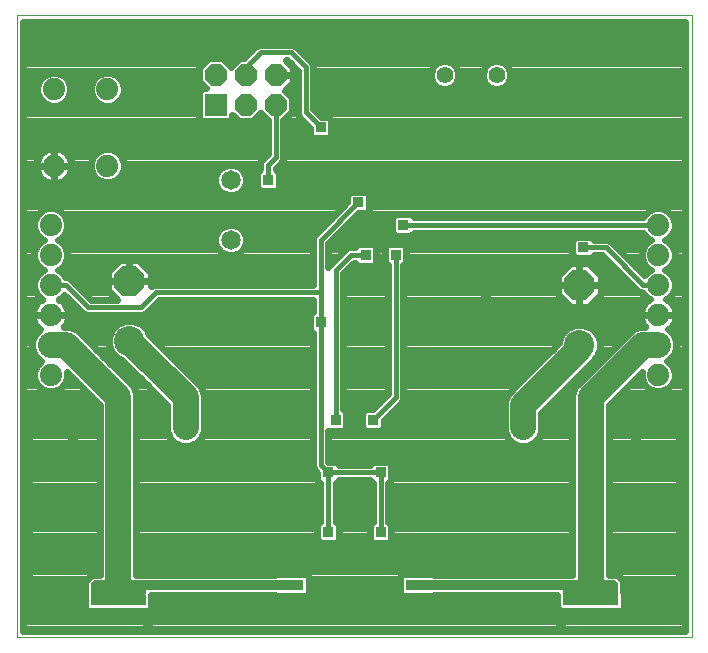
<source format=gbl>
G75*
%MOIN*%
%OFA0B0*%
%FSLAX24Y24*%
%IPPOS*%
%LPD*%
%AMOC8*
5,1,8,0,0,1.08239X$1,22.5*
%
%ADD10C,0.0000*%
%ADD11C,0.1000*%
%ADD12OC8,0.1000*%
%ADD13C,0.0740*%
%ADD14C,0.0650*%
%ADD15R,0.0740X0.0740*%
%ADD16OC8,0.0740*%
%ADD17C,0.0554*%
%ADD18R,0.0356X0.0356*%
%ADD19C,0.0160*%
%ADD20C,0.0240*%
%ADD21C,0.0860*%
%ADD22C,0.0320*%
D10*
X000142Y000220D02*
X000142Y020966D01*
X022637Y020966D01*
X022637Y000220D01*
X000142Y000220D01*
D11*
X003892Y010095D03*
X018892Y009970D03*
D12*
X018892Y011970D03*
X003892Y012095D03*
D13*
X001267Y011970D03*
X001267Y010970D03*
X001267Y009970D03*
X001267Y008970D03*
X001267Y012970D03*
X001267Y013970D03*
X001377Y015940D03*
X003157Y015940D03*
X003157Y018500D03*
X001377Y018500D03*
X021517Y013970D03*
X021517Y012970D03*
X021517Y011970D03*
X021517Y010970D03*
X021517Y009970D03*
X021517Y008970D03*
D14*
X007267Y013470D03*
X007267Y015470D03*
D15*
X006767Y017970D03*
D16*
X007767Y017970D03*
X008767Y017970D03*
X008767Y018970D03*
X007767Y018970D03*
X006767Y018970D03*
D17*
X014401Y018970D03*
X016133Y018970D03*
D18*
X012767Y014970D03*
X013017Y013970D03*
X012767Y012970D03*
X011767Y012970D03*
X011517Y014720D03*
X010267Y017220D03*
X008517Y015470D03*
X010267Y010720D03*
X010767Y007470D03*
X012017Y007470D03*
X012267Y005720D03*
X010517Y005720D03*
X010517Y003720D03*
X012267Y003720D03*
X013267Y001970D03*
X013767Y001970D03*
X009517Y001970D03*
X009017Y001970D03*
X004517Y000720D03*
X004267Y001470D03*
X003767Y001470D03*
X003267Y001470D03*
X002767Y001470D03*
X002017Y002470D03*
X002017Y002970D03*
X002017Y003470D03*
X000517Y003220D03*
X000517Y003720D03*
X000517Y004220D03*
X000517Y004720D03*
X000517Y005220D03*
X000517Y005720D03*
X000517Y006220D03*
X000517Y006720D03*
X000517Y007220D03*
X002017Y006970D03*
X002017Y006470D03*
X002017Y005970D03*
X000517Y002720D03*
X000517Y002220D03*
X005767Y007220D03*
X005767Y007720D03*
X015767Y011720D03*
X019017Y013220D03*
X017017Y007720D03*
X017017Y007220D03*
X020767Y006970D03*
X020767Y006470D03*
X020767Y005970D03*
X022267Y005720D03*
X022267Y005220D03*
X022267Y004720D03*
X022267Y004220D03*
X022267Y003720D03*
X022267Y003220D03*
X022267Y002720D03*
X022267Y002220D03*
X020767Y002470D03*
X020767Y002970D03*
X020767Y003470D03*
X020017Y001470D03*
X019517Y001470D03*
X019017Y001470D03*
X018517Y001470D03*
X018267Y000720D03*
X022267Y006220D03*
X022267Y006720D03*
X022267Y007220D03*
D19*
X021517Y011970D02*
X021017Y011970D01*
X019767Y013220D01*
X019017Y013220D01*
X021517Y013970D02*
X013017Y013970D01*
X012767Y012970D02*
X012767Y008220D01*
X012017Y007470D01*
X010767Y007470D02*
X010767Y012470D01*
X011267Y012970D01*
X011767Y012970D01*
X010267Y013470D02*
X010267Y011720D01*
X004767Y011720D01*
X004267Y011220D01*
X002517Y011220D01*
X001767Y011970D01*
X001267Y011970D01*
X008517Y015470D02*
X008517Y015970D01*
X008767Y016220D01*
X008767Y017970D01*
X009767Y017720D02*
X009767Y019220D01*
X009267Y019720D01*
X008267Y019720D01*
X007767Y019220D01*
X007767Y018970D01*
X009767Y017720D02*
X010267Y017220D01*
X011517Y014720D02*
X010267Y013470D01*
X010267Y011720D02*
X010267Y010720D01*
X010267Y005970D01*
X010517Y005720D01*
X012267Y005720D01*
X012267Y003720D01*
X010517Y003720D02*
X010517Y005720D01*
D20*
X010849Y005999D02*
X011934Y005999D01*
X011916Y005980D02*
X010867Y005980D01*
X010769Y006078D01*
X010527Y006078D01*
X010527Y007112D01*
X011019Y007112D01*
X011125Y007217D01*
X011125Y007723D01*
X011027Y007821D01*
X011027Y012362D01*
X011374Y012710D01*
X011416Y012710D01*
X011514Y012612D01*
X012019Y012612D01*
X012125Y012717D01*
X012125Y013223D01*
X012019Y013328D01*
X011514Y013328D01*
X011416Y013230D01*
X011215Y013230D01*
X011119Y013190D01*
X011046Y013117D01*
X010546Y012617D01*
X010527Y012570D01*
X010527Y013362D01*
X011526Y014362D01*
X011769Y014362D01*
X011875Y014467D01*
X011875Y014973D01*
X011769Y015078D01*
X011264Y015078D01*
X011159Y014973D01*
X011159Y014730D01*
X010046Y013617D01*
X010007Y013522D01*
X010007Y011980D01*
X004715Y011980D01*
X004619Y011940D01*
X004612Y011933D01*
X004612Y012095D01*
X003892Y012095D01*
X004612Y012095D01*
X004612Y012393D01*
X004190Y012815D01*
X003892Y012815D01*
X003892Y012095D01*
X003892Y012095D01*
X003892Y012095D01*
X003892Y012815D01*
X003593Y012815D01*
X003172Y012393D01*
X003172Y012095D01*
X003172Y011797D01*
X003488Y011480D01*
X002624Y011480D01*
X001987Y012117D01*
X001987Y012117D01*
X001914Y012190D01*
X001818Y012230D01*
X001754Y012230D01*
X001733Y012282D01*
X001578Y012436D01*
X001497Y012470D01*
X001578Y012504D01*
X001733Y012658D01*
X001817Y012861D01*
X001817Y013079D01*
X001733Y013282D01*
X001578Y013436D01*
X001497Y013470D01*
X001578Y013504D01*
X001733Y013658D01*
X001817Y013861D01*
X001817Y014079D01*
X001733Y014282D01*
X001578Y014436D01*
X001376Y014520D01*
X001157Y014520D01*
X000955Y014436D01*
X000800Y014282D01*
X000717Y014079D01*
X000717Y013861D01*
X000800Y013658D01*
X000955Y013504D01*
X001037Y013470D01*
X000955Y013436D01*
X000800Y013282D01*
X000717Y013079D01*
X000717Y012861D01*
X000800Y012658D01*
X000955Y012504D01*
X001037Y012470D01*
X000955Y012436D01*
X000800Y012282D01*
X000717Y012079D01*
X000717Y011861D01*
X000800Y011658D01*
X000955Y011504D01*
X000988Y011490D01*
X000957Y011475D01*
X000882Y011420D01*
X000817Y011354D01*
X000762Y011279D01*
X000720Y011196D01*
X000691Y011108D01*
X000677Y011016D01*
X000677Y010970D01*
X001267Y010970D01*
X001857Y010970D01*
X001857Y011016D01*
X001842Y011108D01*
X001813Y011196D01*
X001771Y011279D01*
X001717Y011354D01*
X001651Y011420D01*
X001576Y011475D01*
X001545Y011490D01*
X001578Y011504D01*
X001722Y011647D01*
X002369Y011000D01*
X002465Y010960D01*
X004318Y010960D01*
X004414Y011000D01*
X004487Y011073D01*
X004874Y011460D01*
X010007Y011460D01*
X010007Y011071D01*
X009909Y010973D01*
X009909Y010467D01*
X010007Y010369D01*
X010007Y005918D01*
X010046Y005823D01*
X010159Y005710D01*
X010159Y005467D01*
X010257Y005369D01*
X010257Y004071D01*
X010159Y003973D01*
X010159Y003467D01*
X010264Y003362D01*
X010769Y003362D01*
X010875Y003467D01*
X010875Y003973D01*
X010777Y004071D01*
X010777Y005369D01*
X010867Y005460D01*
X011916Y005460D01*
X012007Y005369D01*
X012007Y004071D01*
X011909Y003973D01*
X011909Y003467D01*
X012014Y003362D01*
X012519Y003362D01*
X012625Y003467D01*
X012625Y003973D01*
X012527Y004071D01*
X012527Y005369D01*
X012625Y005467D01*
X012625Y005973D01*
X012519Y006078D01*
X012014Y006078D01*
X011916Y005980D01*
X012599Y005999D02*
X018657Y005999D01*
X018657Y005760D02*
X012625Y005760D01*
X012625Y005522D02*
X018657Y005522D01*
X018657Y005283D02*
X012527Y005283D01*
X012527Y005045D02*
X018657Y005045D01*
X018657Y004806D02*
X012527Y004806D01*
X012527Y004568D02*
X018657Y004568D01*
X018657Y004329D02*
X012527Y004329D01*
X012527Y004091D02*
X018657Y004091D01*
X018657Y003852D02*
X012625Y003852D01*
X012625Y003614D02*
X018657Y003614D01*
X018657Y003375D02*
X012532Y003375D01*
X012001Y003375D02*
X010782Y003375D01*
X010875Y003614D02*
X011909Y003614D01*
X011909Y003852D02*
X010875Y003852D01*
X010777Y004091D02*
X012007Y004091D01*
X012007Y004329D02*
X010777Y004329D01*
X010777Y004568D02*
X012007Y004568D01*
X012007Y004806D02*
X010777Y004806D01*
X010777Y005045D02*
X012007Y005045D01*
X012007Y005283D02*
X010777Y005283D01*
X010257Y005283D02*
X004127Y005283D01*
X004127Y005045D02*
X010257Y005045D01*
X010257Y004806D02*
X004127Y004806D01*
X004127Y004568D02*
X010257Y004568D01*
X010257Y004329D02*
X004127Y004329D01*
X004127Y004091D02*
X010257Y004091D01*
X010159Y003852D02*
X004127Y003852D01*
X004127Y003614D02*
X010159Y003614D01*
X010251Y003375D02*
X004127Y003375D01*
X004127Y003137D02*
X018657Y003137D01*
X018657Y002898D02*
X004127Y002898D01*
X004127Y002660D02*
X018657Y002660D01*
X018657Y002421D02*
X004127Y002421D01*
X004127Y002310D02*
X004127Y008341D01*
X004034Y008566D01*
X002112Y010487D01*
X001888Y010580D01*
X001711Y010580D01*
X001717Y010586D01*
X001771Y010661D01*
X001813Y010744D01*
X001842Y010832D01*
X001857Y010924D01*
X001857Y010970D01*
X001267Y010970D01*
X001267Y010970D01*
X000677Y010970D01*
X000677Y010924D01*
X000691Y010832D01*
X000720Y010744D01*
X000762Y010661D01*
X000817Y010586D01*
X000882Y010520D01*
X000925Y010489D01*
X000921Y010487D01*
X000750Y010316D01*
X000657Y010091D01*
X000657Y009849D01*
X000750Y009624D01*
X000921Y009453D01*
X000958Y009438D01*
X000955Y009436D01*
X000800Y009282D01*
X000717Y009079D01*
X000717Y008861D01*
X000800Y008658D01*
X000955Y008504D01*
X001157Y008420D01*
X001376Y008420D01*
X001578Y008504D01*
X001733Y008658D01*
X001817Y008861D01*
X001817Y009057D01*
X002907Y007967D01*
X002907Y002310D01*
X002699Y002310D01*
X002574Y002258D01*
X002478Y002163D01*
X002427Y002038D01*
X002427Y001741D01*
X002409Y001723D01*
X002409Y001217D01*
X002514Y001112D01*
X004519Y001112D01*
X004625Y001217D01*
X004625Y001630D01*
X008746Y001630D01*
X008764Y001612D01*
X009769Y001612D01*
X009875Y001717D01*
X009875Y002223D01*
X009769Y002328D01*
X008764Y002328D01*
X008746Y002310D01*
X004127Y002310D01*
X004625Y001467D02*
X018159Y001467D01*
X018159Y001630D02*
X018159Y001217D01*
X018264Y001112D01*
X020269Y001112D01*
X020375Y001217D01*
X020375Y001723D01*
X020357Y001741D01*
X020357Y002038D01*
X020305Y002163D01*
X020209Y002258D01*
X020084Y002310D01*
X019877Y002310D01*
X019877Y007967D01*
X020967Y009057D01*
X020967Y008861D01*
X021050Y008658D01*
X021205Y008504D01*
X021407Y008420D01*
X021626Y008420D01*
X021828Y008504D01*
X021983Y008658D01*
X022067Y008861D01*
X022067Y009079D01*
X021983Y009282D01*
X021828Y009436D01*
X021825Y009438D01*
X021862Y009453D01*
X022034Y009624D01*
X022127Y009849D01*
X022127Y010091D01*
X022034Y010316D01*
X021862Y010487D01*
X021858Y010489D01*
X021901Y010520D01*
X021967Y010586D01*
X022021Y010661D01*
X022063Y010744D01*
X022092Y010832D01*
X022107Y010924D01*
X022107Y010970D01*
X022107Y011016D01*
X022092Y011108D01*
X022063Y011196D01*
X022021Y011279D01*
X021967Y011354D01*
X021901Y011420D01*
X021826Y011475D01*
X021795Y011490D01*
X021828Y011504D01*
X021983Y011658D01*
X022067Y011861D01*
X022067Y012079D01*
X021983Y012282D01*
X021828Y012436D01*
X021747Y012470D01*
X021828Y012504D01*
X021983Y012658D01*
X022067Y012861D01*
X022067Y013079D01*
X021983Y013282D01*
X021828Y013436D01*
X021747Y013470D01*
X021828Y013504D01*
X021983Y013658D01*
X022067Y013861D01*
X022067Y014079D01*
X021983Y014282D01*
X021828Y014436D01*
X021626Y014520D01*
X021407Y014520D01*
X021205Y014436D01*
X021050Y014282D01*
X021029Y014230D01*
X013367Y014230D01*
X013269Y014328D01*
X012764Y014328D01*
X012659Y014223D01*
X012659Y013717D01*
X012764Y013612D01*
X013269Y013612D01*
X013367Y013710D01*
X021029Y013710D01*
X021050Y013658D01*
X021205Y013504D01*
X021287Y013470D01*
X021205Y013436D01*
X021050Y013282D01*
X020967Y013079D01*
X020967Y012861D01*
X021050Y012658D01*
X021205Y012504D01*
X021287Y012470D01*
X021205Y012436D01*
X021062Y012293D01*
X019914Y013440D01*
X019818Y013480D01*
X019367Y013480D01*
X019269Y013578D01*
X018764Y013578D01*
X018659Y013473D01*
X018659Y012967D01*
X018764Y012862D01*
X019269Y012862D01*
X019367Y012960D01*
X019659Y012960D01*
X020796Y011823D01*
X020869Y011750D01*
X020965Y011710D01*
X021029Y011710D01*
X021050Y011658D01*
X021205Y011504D01*
X021238Y011490D01*
X021207Y011475D01*
X021132Y011420D01*
X021067Y011354D01*
X021012Y011279D01*
X020970Y011196D01*
X020941Y011108D01*
X020927Y011016D01*
X020927Y010970D01*
X020927Y010924D01*
X020941Y010832D01*
X020970Y010744D01*
X021012Y010661D01*
X021067Y010586D01*
X021072Y010580D01*
X020895Y010580D01*
X020671Y010487D01*
X020500Y010316D01*
X018750Y008566D01*
X018657Y008341D01*
X018657Y002310D01*
X014037Y002310D01*
X014019Y002328D01*
X013014Y002328D01*
X012909Y002223D01*
X012909Y001717D01*
X013014Y001612D01*
X014019Y001612D01*
X014037Y001630D01*
X018159Y001630D01*
X018159Y001229D02*
X004625Y001229D01*
X002907Y002421D02*
X000362Y002421D01*
X000362Y002183D02*
X002498Y002183D01*
X002427Y001944D02*
X000362Y001944D01*
X000362Y001706D02*
X002409Y001706D01*
X002409Y001467D02*
X000362Y001467D01*
X000362Y001229D02*
X002409Y001229D01*
X002907Y002660D02*
X000362Y002660D01*
X000362Y002898D02*
X002907Y002898D01*
X002907Y003137D02*
X000362Y003137D01*
X000362Y003375D02*
X002907Y003375D01*
X002907Y003614D02*
X000362Y003614D01*
X000362Y003852D02*
X002907Y003852D01*
X002907Y004091D02*
X000362Y004091D01*
X000362Y004329D02*
X002907Y004329D01*
X002907Y004568D02*
X000362Y004568D01*
X000362Y004806D02*
X002907Y004806D01*
X002907Y005045D02*
X000362Y005045D01*
X000362Y005283D02*
X002907Y005283D01*
X002907Y005522D02*
X000362Y005522D01*
X000362Y005760D02*
X002907Y005760D01*
X002907Y005999D02*
X000362Y005999D01*
X000362Y006237D02*
X002907Y006237D01*
X002907Y006476D02*
X000362Y006476D01*
X000362Y006714D02*
X002907Y006714D01*
X002907Y006953D02*
X000362Y006953D01*
X000362Y007191D02*
X002907Y007191D01*
X002907Y007430D02*
X000362Y007430D01*
X000362Y007668D02*
X002907Y007668D01*
X002907Y007907D02*
X000362Y007907D01*
X000362Y008145D02*
X002729Y008145D01*
X002490Y008384D02*
X000362Y008384D01*
X000362Y008622D02*
X000837Y008622D01*
X000717Y008861D02*
X000362Y008861D01*
X000362Y009099D02*
X000725Y009099D01*
X000856Y009338D02*
X000362Y009338D01*
X000362Y009576D02*
X000798Y009576D01*
X000671Y009815D02*
X000362Y009815D01*
X000362Y010053D02*
X000657Y010053D01*
X000740Y010292D02*
X000362Y010292D01*
X000362Y010530D02*
X000872Y010530D01*
X000712Y010769D02*
X000362Y010769D01*
X000362Y011007D02*
X000677Y011007D01*
X000745Y011246D02*
X000362Y011246D01*
X000362Y011484D02*
X000976Y011484D01*
X000774Y011723D02*
X000362Y011723D01*
X000362Y011961D02*
X000717Y011961D01*
X000766Y012200D02*
X000362Y012200D01*
X000362Y012438D02*
X000959Y012438D01*
X000793Y012677D02*
X000362Y012677D01*
X000362Y012915D02*
X000717Y012915D01*
X000747Y013154D02*
X000362Y013154D01*
X000362Y013392D02*
X000911Y013392D01*
X000828Y013631D02*
X000362Y013631D01*
X000362Y013869D02*
X000717Y013869D01*
X000728Y014108D02*
X000362Y014108D01*
X000362Y014346D02*
X000865Y014346D01*
X000362Y014585D02*
X011013Y014585D01*
X011159Y014823D02*
X000362Y014823D01*
X000362Y015062D02*
X006961Y015062D01*
X006981Y015042D02*
X007166Y014965D01*
X007367Y014965D01*
X007553Y015042D01*
X007695Y015184D01*
X007772Y015370D01*
X007772Y015570D01*
X007695Y015756D01*
X007553Y015898D01*
X007367Y015975D01*
X007166Y015975D01*
X006981Y015898D01*
X006839Y015756D01*
X006762Y015570D01*
X006762Y015370D01*
X006839Y015184D01*
X006981Y015042D01*
X006790Y015300D02*
X000362Y015300D01*
X000362Y015539D02*
X000944Y015539D01*
X000927Y015556D02*
X000992Y015490D01*
X001067Y015435D01*
X001150Y015393D01*
X001239Y015365D01*
X001330Y015350D01*
X001377Y015350D01*
X001423Y015350D01*
X001515Y015365D01*
X001603Y015393D01*
X001686Y015435D01*
X001761Y015490D01*
X001827Y015556D01*
X001881Y015631D01*
X001923Y015714D01*
X001952Y015802D01*
X001967Y015894D01*
X001967Y015940D01*
X001377Y015940D01*
X001967Y015940D01*
X001967Y015986D01*
X001952Y016078D01*
X001923Y016166D01*
X001881Y016249D01*
X001827Y016324D01*
X001761Y016390D01*
X001686Y016445D01*
X001603Y016487D01*
X001515Y016515D01*
X001423Y016530D01*
X001377Y016530D01*
X001377Y015940D01*
X001377Y015940D01*
X001377Y015940D01*
X001377Y015350D01*
X001377Y015940D01*
X001377Y015940D01*
X001377Y016530D01*
X001330Y016530D01*
X001239Y016515D01*
X001150Y016487D01*
X001067Y016445D01*
X000992Y016390D01*
X000927Y016324D01*
X000872Y016249D01*
X000830Y016166D01*
X000801Y016078D01*
X000787Y015986D01*
X000787Y015940D01*
X000787Y015894D01*
X000801Y015802D01*
X000830Y015714D01*
X000872Y015631D01*
X000927Y015556D01*
X000809Y015777D02*
X000362Y015777D01*
X000362Y016016D02*
X000791Y016016D01*
X000787Y015940D02*
X001377Y015940D01*
X000787Y015940D01*
X000876Y016254D02*
X000362Y016254D01*
X000362Y016493D02*
X001168Y016493D01*
X001377Y016493D02*
X001377Y016493D01*
X001585Y016493D02*
X008507Y016493D01*
X008507Y016328D02*
X008369Y016190D01*
X008296Y016117D01*
X008257Y016022D01*
X008257Y015821D01*
X008159Y015723D01*
X008159Y015217D01*
X008264Y015112D01*
X008769Y015112D01*
X008875Y015217D01*
X008875Y015723D01*
X008777Y015821D01*
X008777Y015862D01*
X008987Y016073D01*
X009027Y016168D01*
X009027Y017452D01*
X009317Y017742D01*
X009317Y018198D01*
X009073Y018442D01*
X009357Y018726D01*
X009357Y018970D01*
X009357Y019214D01*
X009111Y019460D01*
X009159Y019460D01*
X009507Y019112D01*
X009507Y017668D01*
X009546Y017573D01*
X009619Y017500D01*
X009909Y017210D01*
X009909Y016967D01*
X010014Y016862D01*
X010519Y016862D01*
X010625Y016967D01*
X010625Y017473D01*
X010519Y017578D01*
X010276Y017578D01*
X010027Y017828D01*
X010027Y019272D01*
X009987Y019367D01*
X009914Y019440D01*
X009414Y019940D01*
X009318Y019980D01*
X008215Y019980D01*
X008119Y019940D01*
X008046Y019867D01*
X007699Y019520D01*
X007539Y019520D01*
X007267Y019248D01*
X006994Y019520D01*
X006539Y019520D01*
X006217Y019198D01*
X006217Y018742D01*
X006439Y018520D01*
X006322Y018520D01*
X006217Y018415D01*
X006217Y017525D01*
X006322Y017420D01*
X007211Y017420D01*
X007317Y017525D01*
X007317Y017642D01*
X007539Y017420D01*
X007994Y017420D01*
X008267Y017692D01*
X008507Y017452D01*
X008507Y016328D01*
X008433Y016254D02*
X003620Y016254D01*
X003623Y016252D02*
X003468Y016406D01*
X003266Y016490D01*
X003047Y016490D01*
X002845Y016406D01*
X002690Y016252D01*
X002607Y016049D01*
X002607Y015831D01*
X002690Y015628D01*
X002845Y015474D01*
X003047Y015390D01*
X003266Y015390D01*
X003468Y015474D01*
X003623Y015628D01*
X003707Y015831D01*
X003707Y016049D01*
X003623Y016252D01*
X003707Y016016D02*
X008257Y016016D01*
X008213Y015777D02*
X007674Y015777D01*
X007772Y015539D02*
X008159Y015539D01*
X008159Y015300D02*
X007743Y015300D01*
X007572Y015062D02*
X011247Y015062D01*
X011786Y015062D02*
X022417Y015062D01*
X022417Y015300D02*
X008875Y015300D01*
X008875Y015539D02*
X022417Y015539D01*
X022417Y015777D02*
X008820Y015777D01*
X008930Y016016D02*
X022417Y016016D01*
X022417Y016254D02*
X009027Y016254D01*
X009027Y016493D02*
X022417Y016493D01*
X022417Y016731D02*
X009027Y016731D01*
X009027Y016970D02*
X009909Y016970D01*
X009909Y017208D02*
X009027Y017208D01*
X009027Y017447D02*
X009672Y017447D01*
X009507Y017685D02*
X009260Y017685D01*
X009317Y017924D02*
X009507Y017924D01*
X009507Y018162D02*
X009317Y018162D01*
X009507Y018401D02*
X009114Y018401D01*
X009270Y018639D02*
X009507Y018639D01*
X009507Y018878D02*
X009357Y018878D01*
X009357Y018970D02*
X008767Y018970D01*
X009357Y018970D01*
X009357Y019116D02*
X009503Y019116D01*
X009264Y019355D02*
X009217Y019355D01*
X009523Y019832D02*
X022417Y019832D01*
X022417Y020070D02*
X000362Y020070D01*
X000362Y019832D02*
X008010Y019832D01*
X007772Y019593D02*
X000362Y019593D01*
X000362Y019355D02*
X006373Y019355D01*
X006217Y019116D02*
X000362Y019116D01*
X000362Y018878D02*
X000976Y018878D01*
X000910Y018812D02*
X001065Y018966D01*
X001267Y019050D01*
X001486Y019050D01*
X001688Y018966D01*
X001843Y018812D01*
X001927Y018609D01*
X001927Y018391D01*
X001843Y018188D01*
X001688Y018034D01*
X001486Y017950D01*
X001267Y017950D01*
X001065Y018034D01*
X000910Y018188D01*
X000827Y018391D01*
X000827Y018609D01*
X000910Y018812D01*
X000839Y018639D02*
X000362Y018639D01*
X000362Y018401D02*
X000827Y018401D01*
X000937Y018162D02*
X000362Y018162D01*
X000362Y017924D02*
X006217Y017924D01*
X006217Y018162D02*
X003597Y018162D01*
X003623Y018188D02*
X003707Y018391D01*
X003707Y018609D01*
X003623Y018812D01*
X003468Y018966D01*
X003266Y019050D01*
X003047Y019050D01*
X002845Y018966D01*
X002690Y018812D01*
X002607Y018609D01*
X002607Y018391D01*
X002690Y018188D01*
X002845Y018034D01*
X003047Y017950D01*
X003266Y017950D01*
X003468Y018034D01*
X003623Y018188D01*
X003707Y018401D02*
X006217Y018401D01*
X006320Y018639D02*
X003694Y018639D01*
X003557Y018878D02*
X006217Y018878D01*
X007160Y019355D02*
X007373Y019355D01*
X008767Y018970D02*
X008767Y018970D01*
X009761Y019593D02*
X022417Y019593D01*
X022417Y019355D02*
X016395Y019355D01*
X016392Y019358D02*
X016224Y019427D01*
X016042Y019427D01*
X015874Y019358D01*
X015745Y019229D01*
X015676Y019061D01*
X015676Y018879D01*
X015745Y018711D01*
X015874Y018582D01*
X016042Y018513D01*
X016224Y018513D01*
X016392Y018582D01*
X016520Y018711D01*
X016590Y018879D01*
X016590Y019061D01*
X016520Y019229D01*
X016392Y019358D01*
X016567Y019116D02*
X022417Y019116D01*
X022417Y018878D02*
X016589Y018878D01*
X016448Y018639D02*
X022417Y018639D01*
X022417Y018401D02*
X010027Y018401D01*
X010027Y018639D02*
X014085Y018639D01*
X014142Y018582D02*
X014013Y018711D01*
X013943Y018879D01*
X013943Y019061D01*
X014013Y019229D01*
X014142Y019358D01*
X014310Y019427D01*
X014491Y019427D01*
X014659Y019358D01*
X014788Y019229D01*
X014858Y019061D01*
X014858Y018879D01*
X014788Y018711D01*
X014659Y018582D01*
X014491Y018513D01*
X014310Y018513D01*
X014142Y018582D01*
X013944Y018878D02*
X010027Y018878D01*
X010027Y019116D02*
X013966Y019116D01*
X014139Y019355D02*
X009992Y019355D01*
X010027Y018162D02*
X022417Y018162D01*
X022417Y017924D02*
X010027Y017924D01*
X010169Y017685D02*
X022417Y017685D01*
X022417Y017447D02*
X010625Y017447D01*
X010625Y017208D02*
X022417Y017208D01*
X022417Y016970D02*
X010625Y016970D01*
X008507Y016970D02*
X000362Y016970D01*
X000362Y017208D02*
X008507Y017208D01*
X008507Y017447D02*
X008021Y017447D01*
X008260Y017685D02*
X008274Y017685D01*
X007512Y017447D02*
X007238Y017447D01*
X006296Y017447D02*
X000362Y017447D01*
X000362Y017685D02*
X006217Y017685D01*
X006860Y015777D02*
X003684Y015777D01*
X003533Y015539D02*
X006762Y015539D01*
X007166Y013975D02*
X006981Y013898D01*
X006839Y013756D01*
X006762Y013570D01*
X006762Y013370D01*
X006839Y013184D01*
X006981Y013042D01*
X007166Y012965D01*
X007367Y012965D01*
X007553Y013042D01*
X007695Y013184D01*
X007772Y013370D01*
X007772Y013570D01*
X007695Y013756D01*
X007553Y013898D01*
X007367Y013975D01*
X007166Y013975D01*
X006952Y013869D02*
X001817Y013869D01*
X001805Y014108D02*
X010536Y014108D01*
X010298Y013869D02*
X007582Y013869D01*
X007747Y013631D02*
X010059Y013631D01*
X010007Y013392D02*
X007772Y013392D01*
X007664Y013154D02*
X010007Y013154D01*
X010007Y012915D02*
X001817Y012915D01*
X001786Y013154D02*
X006869Y013154D01*
X006762Y013392D02*
X001622Y013392D01*
X001705Y013631D02*
X006787Y013631D01*
X004567Y012438D02*
X010007Y012438D01*
X010007Y012677D02*
X004328Y012677D01*
X003892Y012677D02*
X003892Y012677D01*
X003892Y012438D02*
X003892Y012438D01*
X003892Y012200D02*
X003892Y012200D01*
X003892Y012095D02*
X003892Y012095D01*
X003172Y012095D01*
X003892Y012095D01*
X004612Y012200D02*
X010007Y012200D01*
X010527Y012677D02*
X010605Y012677D01*
X010527Y012915D02*
X010844Y012915D01*
X011082Y013154D02*
X010527Y013154D01*
X010556Y013392D02*
X018659Y013392D01*
X018659Y013154D02*
X013125Y013154D01*
X013125Y013223D02*
X013019Y013328D01*
X012514Y013328D01*
X012409Y013223D01*
X012409Y012717D01*
X012507Y012619D01*
X012507Y008328D01*
X012007Y007828D01*
X011764Y007828D01*
X011659Y007723D01*
X011659Y007217D01*
X011764Y007112D01*
X012269Y007112D01*
X012375Y007217D01*
X012375Y007460D01*
X012987Y008073D01*
X013027Y008168D01*
X013027Y012619D01*
X013125Y012717D01*
X013125Y013223D01*
X013125Y012915D02*
X018711Y012915D01*
X018593Y012690D02*
X018172Y012268D01*
X018172Y011970D01*
X018172Y011672D01*
X018593Y011250D01*
X018892Y011250D01*
X019190Y011250D01*
X019612Y011672D01*
X019612Y011970D01*
X019612Y012268D01*
X019190Y012690D01*
X018892Y012690D01*
X018892Y011970D01*
X019612Y011970D01*
X018892Y011970D01*
X018892Y011970D01*
X018892Y011970D01*
X018892Y011250D01*
X018892Y011970D01*
X018892Y011970D01*
X018892Y012690D01*
X018593Y012690D01*
X018580Y012677D02*
X013084Y012677D01*
X013027Y012438D02*
X018341Y012438D01*
X018172Y012200D02*
X013027Y012200D01*
X013027Y011961D02*
X018172Y011961D01*
X018172Y011970D02*
X018892Y011970D01*
X018892Y011970D01*
X018172Y011970D01*
X018172Y011723D02*
X013027Y011723D01*
X013027Y011484D02*
X018359Y011484D01*
X018892Y011484D02*
X018892Y011484D01*
X018892Y011723D02*
X018892Y011723D01*
X018892Y011961D02*
X018892Y011961D01*
X018892Y012200D02*
X018892Y012200D01*
X018892Y012438D02*
X018892Y012438D01*
X018892Y012677D02*
X018892Y012677D01*
X019203Y012677D02*
X019942Y012677D01*
X019704Y012915D02*
X019322Y012915D01*
X019442Y012438D02*
X020181Y012438D01*
X020419Y012200D02*
X019612Y012200D01*
X019612Y011961D02*
X020658Y011961D01*
X020935Y011723D02*
X019612Y011723D01*
X019424Y011484D02*
X021226Y011484D01*
X020995Y011246D02*
X013027Y011246D01*
X013027Y011007D02*
X020927Y011007D01*
X020927Y010970D02*
X021517Y010970D01*
X022107Y010970D01*
X021517Y010970D01*
X021517Y010970D01*
X020927Y010970D01*
X020962Y010769D02*
X013027Y010769D01*
X013027Y010530D02*
X018490Y010530D01*
X018506Y010546D02*
X018315Y010355D01*
X018212Y010105D01*
X018212Y010028D01*
X016671Y008487D01*
X016500Y008316D01*
X016407Y008091D01*
X016407Y007099D01*
X016500Y006874D01*
X016671Y006703D01*
X016895Y006610D01*
X017138Y006610D01*
X017362Y006703D01*
X017534Y006874D01*
X017627Y007099D01*
X017627Y007717D01*
X019409Y009499D01*
X019427Y009544D01*
X019468Y009585D01*
X019572Y009835D01*
X019572Y010105D01*
X019468Y010355D01*
X019277Y010546D01*
X019027Y010650D01*
X018756Y010650D01*
X018506Y010546D01*
X018289Y010292D02*
X013027Y010292D01*
X013027Y010053D02*
X018212Y010053D01*
X017999Y009815D02*
X013027Y009815D01*
X013027Y009576D02*
X017760Y009576D01*
X017522Y009338D02*
X013027Y009338D01*
X013027Y009099D02*
X017283Y009099D01*
X017045Y008861D02*
X013027Y008861D01*
X013027Y008622D02*
X016806Y008622D01*
X016568Y008384D02*
X013027Y008384D01*
X013017Y008145D02*
X016429Y008145D01*
X016407Y007907D02*
X012821Y007907D01*
X012582Y007668D02*
X016407Y007668D01*
X016407Y007430D02*
X012375Y007430D01*
X012348Y007191D02*
X016407Y007191D01*
X016467Y006953D02*
X010527Y006953D01*
X010527Y006714D02*
X016660Y006714D01*
X017373Y006714D02*
X018657Y006714D01*
X018657Y006476D02*
X010527Y006476D01*
X010527Y006237D02*
X018657Y006237D01*
X018657Y006953D02*
X017566Y006953D01*
X017627Y007191D02*
X018657Y007191D01*
X018657Y007430D02*
X017627Y007430D01*
X017627Y007668D02*
X018657Y007668D01*
X018657Y007907D02*
X017816Y007907D01*
X018054Y008145D02*
X018657Y008145D01*
X018674Y008384D02*
X018293Y008384D01*
X018531Y008622D02*
X018806Y008622D01*
X018770Y008861D02*
X019045Y008861D01*
X019008Y009099D02*
X019283Y009099D01*
X019247Y009338D02*
X019522Y009338D01*
X019459Y009576D02*
X019760Y009576D01*
X019563Y009815D02*
X019999Y009815D01*
X020237Y010053D02*
X019572Y010053D01*
X019495Y010292D02*
X020476Y010292D01*
X020775Y010530D02*
X019293Y010530D01*
X020770Y008861D02*
X020967Y008861D01*
X021087Y008622D02*
X020531Y008622D01*
X020293Y008384D02*
X022417Y008384D01*
X022417Y008622D02*
X021946Y008622D01*
X022067Y008861D02*
X022417Y008861D01*
X022417Y009099D02*
X022059Y009099D01*
X021927Y009338D02*
X022417Y009338D01*
X022417Y009576D02*
X021985Y009576D01*
X022113Y009815D02*
X022417Y009815D01*
X022417Y010053D02*
X022127Y010053D01*
X022044Y010292D02*
X022417Y010292D01*
X022417Y010530D02*
X021911Y010530D01*
X022072Y010769D02*
X022417Y010769D01*
X022417Y011007D02*
X022107Y011007D01*
X022038Y011246D02*
X022417Y011246D01*
X022417Y011484D02*
X021807Y011484D01*
X022009Y011723D02*
X022417Y011723D01*
X022417Y011961D02*
X022067Y011961D01*
X022017Y012200D02*
X022417Y012200D01*
X022417Y012438D02*
X021824Y012438D01*
X021990Y012677D02*
X022417Y012677D01*
X022417Y012915D02*
X022067Y012915D01*
X022036Y013154D02*
X022417Y013154D01*
X022417Y013392D02*
X021872Y013392D01*
X021955Y013631D02*
X022417Y013631D01*
X022417Y013869D02*
X022067Y013869D01*
X022055Y014108D02*
X022417Y014108D01*
X022417Y014346D02*
X021918Y014346D01*
X022417Y014585D02*
X011875Y014585D01*
X011875Y014823D02*
X022417Y014823D01*
X021115Y014346D02*
X011510Y014346D01*
X011272Y014108D02*
X012659Y014108D01*
X012659Y013869D02*
X011033Y013869D01*
X010795Y013631D02*
X012745Y013631D01*
X012409Y013154D02*
X012125Y013154D01*
X012125Y012915D02*
X012409Y012915D01*
X012449Y012677D02*
X012084Y012677D01*
X012507Y012438D02*
X011102Y012438D01*
X011341Y012677D02*
X011449Y012677D01*
X011027Y012200D02*
X012507Y012200D01*
X012507Y011961D02*
X011027Y011961D01*
X011027Y011723D02*
X012507Y011723D01*
X012507Y011484D02*
X011027Y011484D01*
X011027Y011246D02*
X012507Y011246D01*
X012507Y011007D02*
X011027Y011007D01*
X011027Y010769D02*
X012507Y010769D01*
X012507Y010530D02*
X011027Y010530D01*
X011027Y010292D02*
X012507Y010292D01*
X012507Y010053D02*
X011027Y010053D01*
X011027Y009815D02*
X012507Y009815D01*
X012507Y009576D02*
X011027Y009576D01*
X011027Y009338D02*
X012507Y009338D01*
X012507Y009099D02*
X011027Y009099D01*
X011027Y008861D02*
X012507Y008861D01*
X012507Y008622D02*
X011027Y008622D01*
X011027Y008384D02*
X012507Y008384D01*
X012324Y008145D02*
X011027Y008145D01*
X011027Y007907D02*
X012085Y007907D01*
X011659Y007668D02*
X011125Y007668D01*
X011125Y007430D02*
X011659Y007430D01*
X011685Y007191D02*
X011098Y007191D01*
X010007Y007191D02*
X006377Y007191D01*
X006377Y007099D02*
X006377Y008341D01*
X006284Y008566D01*
X006112Y008737D01*
X004538Y010311D01*
X004468Y010480D01*
X004277Y010671D01*
X004027Y010775D01*
X003756Y010775D01*
X003506Y010671D01*
X003315Y010480D01*
X003212Y010230D01*
X003212Y009960D01*
X003315Y009710D01*
X003506Y009519D01*
X003675Y009449D01*
X005157Y007967D01*
X005157Y007099D01*
X005250Y006874D01*
X005421Y006703D01*
X005645Y006610D01*
X005888Y006610D01*
X006112Y006703D01*
X006284Y006874D01*
X006377Y007099D01*
X006316Y006953D02*
X010007Y006953D01*
X010007Y006714D02*
X006123Y006714D01*
X005410Y006714D02*
X004127Y006714D01*
X004127Y006476D02*
X010007Y006476D01*
X010007Y006237D02*
X004127Y006237D01*
X004127Y005999D02*
X010007Y005999D01*
X010109Y005760D02*
X004127Y005760D01*
X004127Y005522D02*
X010159Y005522D01*
X010007Y007430D02*
X006377Y007430D01*
X006377Y007668D02*
X010007Y007668D01*
X010007Y007907D02*
X006377Y007907D01*
X006377Y008145D02*
X010007Y008145D01*
X010007Y008384D02*
X006359Y008384D01*
X006227Y008622D02*
X010007Y008622D01*
X010007Y008861D02*
X005989Y008861D01*
X005750Y009099D02*
X010007Y009099D01*
X010007Y009338D02*
X005512Y009338D01*
X005273Y009576D02*
X010007Y009576D01*
X010007Y009815D02*
X005035Y009815D01*
X004796Y010053D02*
X010007Y010053D01*
X010007Y010292D02*
X004558Y010292D01*
X004418Y010530D02*
X009909Y010530D01*
X009909Y010769D02*
X004043Y010769D01*
X003741Y010769D02*
X001822Y010769D01*
X001857Y011007D02*
X002362Y011007D01*
X002123Y011246D02*
X001788Y011246D01*
X001885Y011484D02*
X001557Y011484D01*
X001267Y010970D02*
X001267Y010970D01*
X002009Y010530D02*
X003365Y010530D01*
X003237Y010292D02*
X002308Y010292D01*
X002546Y010053D02*
X003212Y010053D01*
X003272Y009815D02*
X002785Y009815D01*
X003023Y009576D02*
X003449Y009576D01*
X003262Y009338D02*
X003786Y009338D01*
X004025Y009099D02*
X003500Y009099D01*
X003739Y008861D02*
X004263Y008861D01*
X004502Y008622D02*
X003977Y008622D01*
X004109Y008384D02*
X004740Y008384D01*
X004979Y008145D02*
X004127Y008145D01*
X004127Y007907D02*
X005157Y007907D01*
X005157Y007668D02*
X004127Y007668D01*
X004127Y007430D02*
X005157Y007430D01*
X005157Y007191D02*
X004127Y007191D01*
X004127Y006953D02*
X005217Y006953D01*
X002252Y008622D02*
X001696Y008622D01*
X001817Y008861D02*
X002013Y008861D01*
X004421Y011007D02*
X009943Y011007D01*
X010007Y011246D02*
X004660Y011246D01*
X004487Y011073D02*
X004487Y011073D01*
X004612Y011961D02*
X004669Y011961D01*
X003484Y011484D02*
X002620Y011484D01*
X002382Y011723D02*
X003246Y011723D01*
X003172Y011961D02*
X002143Y011961D01*
X001892Y012200D02*
X003172Y012200D01*
X003216Y012438D02*
X001574Y012438D01*
X001740Y012677D02*
X003455Y012677D01*
X001668Y014346D02*
X010775Y014346D01*
X013288Y013631D02*
X021078Y013631D01*
X021161Y013392D02*
X019962Y013392D01*
X020201Y013154D02*
X020997Y013154D01*
X020967Y012915D02*
X020439Y012915D01*
X020678Y012677D02*
X021043Y012677D01*
X020916Y012438D02*
X021209Y012438D01*
X021517Y010970D02*
X021517Y010970D01*
X022417Y008145D02*
X020054Y008145D01*
X019877Y007907D02*
X022417Y007907D01*
X022417Y007668D02*
X019877Y007668D01*
X019877Y007430D02*
X022417Y007430D01*
X022417Y007191D02*
X019877Y007191D01*
X019877Y006953D02*
X022417Y006953D01*
X022417Y006714D02*
X019877Y006714D01*
X019877Y006476D02*
X022417Y006476D01*
X022417Y006237D02*
X019877Y006237D01*
X019877Y005999D02*
X022417Y005999D01*
X022417Y005760D02*
X019877Y005760D01*
X019877Y005522D02*
X022417Y005522D01*
X022417Y005283D02*
X019877Y005283D01*
X019877Y005045D02*
X022417Y005045D01*
X022417Y004806D02*
X019877Y004806D01*
X019877Y004568D02*
X022417Y004568D01*
X022417Y004329D02*
X019877Y004329D01*
X019877Y004091D02*
X022417Y004091D01*
X022417Y003852D02*
X019877Y003852D01*
X019877Y003614D02*
X022417Y003614D01*
X022417Y003375D02*
X019877Y003375D01*
X019877Y003137D02*
X022417Y003137D01*
X022417Y002898D02*
X019877Y002898D01*
X019877Y002660D02*
X022417Y002660D01*
X022417Y002421D02*
X019877Y002421D01*
X020285Y002183D02*
X022417Y002183D01*
X022417Y001944D02*
X020357Y001944D01*
X020375Y001706D02*
X022417Y001706D01*
X022417Y001467D02*
X020375Y001467D01*
X020375Y001229D02*
X022417Y001229D01*
X022417Y000990D02*
X000362Y000990D01*
X000362Y000752D02*
X022417Y000752D01*
X022417Y000513D02*
X000362Y000513D01*
X000362Y000440D02*
X000362Y020746D01*
X022417Y020746D01*
X022417Y000440D01*
X000362Y000440D01*
X009863Y001706D02*
X012920Y001706D01*
X012909Y001944D02*
X009875Y001944D01*
X009875Y002183D02*
X012909Y002183D01*
X002780Y015539D02*
X001810Y015539D01*
X001944Y015777D02*
X002629Y015777D01*
X002607Y016016D02*
X001962Y016016D01*
X001878Y016254D02*
X002693Y016254D01*
X001377Y016254D02*
X001377Y016254D01*
X001377Y016016D02*
X001377Y016016D01*
X001377Y015940D02*
X001377Y015940D01*
X001377Y015777D02*
X001377Y015777D01*
X001377Y015539D02*
X001377Y015539D01*
X000362Y016731D02*
X008507Y016731D01*
X002756Y018878D02*
X001777Y018878D01*
X001914Y018639D02*
X002619Y018639D01*
X002607Y018401D02*
X001927Y018401D01*
X001817Y018162D02*
X002717Y018162D01*
X000362Y020309D02*
X022417Y020309D01*
X022417Y020547D02*
X000362Y020547D01*
X014663Y019355D02*
X015871Y019355D01*
X015698Y019116D02*
X014835Y019116D01*
X014857Y018878D02*
X015676Y018878D01*
X015817Y018639D02*
X014716Y018639D01*
D21*
X018892Y009970D02*
X018892Y009845D01*
X017017Y007970D01*
X017017Y007720D01*
X017017Y007220D01*
X019267Y008220D02*
X021017Y009970D01*
X021517Y009970D01*
X019267Y008220D02*
X019267Y001970D01*
X005767Y007220D02*
X005767Y007720D01*
X005767Y008220D01*
X003892Y010095D01*
X003517Y008220D02*
X003517Y001970D01*
X003517Y008220D02*
X001767Y009970D01*
X001267Y009970D01*
D22*
X002767Y001970D02*
X002767Y001470D01*
X003017Y001470D01*
X003017Y001970D01*
X003267Y001970D01*
X003267Y001470D01*
X003767Y001470D01*
X003767Y001720D01*
X004267Y001720D01*
X004267Y001970D01*
X003767Y001970D01*
X003767Y001720D01*
X003767Y001970D02*
X003517Y001970D01*
X003267Y001970D01*
X003017Y001970D02*
X002767Y001970D01*
X002767Y001470D02*
X003267Y001470D01*
X003767Y001470D02*
X004267Y001470D01*
X004267Y001970D02*
X009517Y001970D01*
X013267Y001970D02*
X020017Y001970D01*
X020017Y001470D01*
X020017Y001720D01*
X019267Y001720D01*
X019267Y001970D01*
X019017Y001720D02*
X019017Y001470D01*
X019517Y001470D01*
X020017Y001470D01*
X018767Y001470D02*
X018517Y001470D01*
X018517Y001970D01*
X018767Y001970D02*
X018767Y001470D01*
X013767Y001970D02*
X013267Y001970D01*
M02*

</source>
